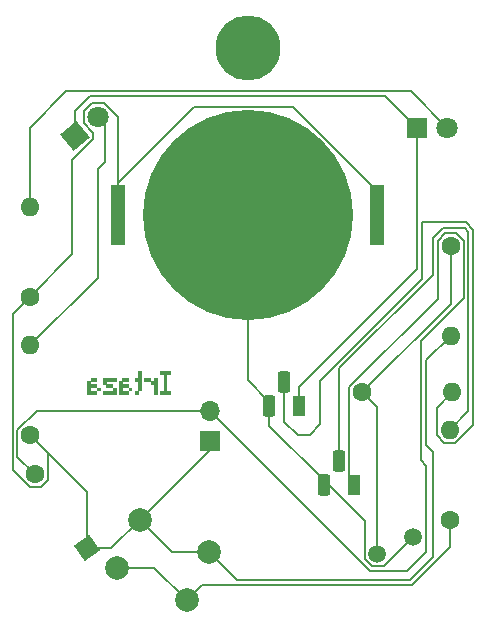
<source format=gbl>
G04 #@! TF.GenerationSoftware,KiCad,Pcbnew,8.0.5*
G04 #@! TF.CreationDate,2025-05-26T16:56:42+05:00*
G04 #@! TF.ProjectId,Wings_Of_Freedom,57696e67-735f-44f6-965f-46726565646f,rev?*
G04 #@! TF.SameCoordinates,Original*
G04 #@! TF.FileFunction,Copper,L2,Bot*
G04 #@! TF.FilePolarity,Positive*
%FSLAX46Y46*%
G04 Gerber Fmt 4.6, Leading zero omitted, Abs format (unit mm)*
G04 Created by KiCad (PCBNEW 8.0.5) date 2025-05-26 16:56:42*
%MOMM*%
%LPD*%
G01*
G04 APERTURE LIST*
G04 Aperture macros list*
%AMRoundRect*
0 Rectangle with rounded corners*
0 $1 Rounding radius*
0 $2 $3 $4 $5 $6 $7 $8 $9 X,Y pos of 4 corners*
0 Add a 4 corners polygon primitive as box body*
4,1,4,$2,$3,$4,$5,$6,$7,$8,$9,$2,$3,0*
0 Add four circle primitives for the rounded corners*
1,1,$1+$1,$2,$3*
1,1,$1+$1,$4,$5*
1,1,$1+$1,$6,$7*
1,1,$1+$1,$8,$9*
0 Add four rect primitives between the rounded corners*
20,1,$1+$1,$2,$3,$4,$5,0*
20,1,$1+$1,$4,$5,$6,$7,0*
20,1,$1+$1,$6,$7,$8,$9,0*
20,1,$1+$1,$8,$9,$2,$3,0*%
%AMHorizOval*
0 Thick line with rounded ends*
0 $1 width*
0 $2 $3 position (X,Y) of the first rounded end (center of the circle)*
0 $4 $5 position (X,Y) of the second rounded end (center of the circle)*
0 Add line between two ends*
20,1,$1,$2,$3,$4,$5,0*
0 Add two circle primitives to create the rounded ends*
1,1,$1,$2,$3*
1,1,$1,$4,$5*%
%AMRotRect*
0 Rectangle, with rotation*
0 The origin of the aperture is its center*
0 $1 length*
0 $2 width*
0 $3 Rotation angle, in degrees counterclockwise*
0 Add horizontal line*
21,1,$1,$2,0,0,$3*%
G04 Aperture macros list end*
%ADD10C,0.300000*%
G04 #@! TA.AperFunction,NonConductor*
%ADD11C,0.300000*%
G04 #@! TD*
G04 #@! TA.AperFunction,SMDPad,CuDef*
%ADD12R,1.270000X5.080000*%
G04 #@! TD*
G04 #@! TA.AperFunction,SMDPad,CuDef*
%ADD13C,17.800000*%
G04 #@! TD*
G04 #@! TA.AperFunction,ComponentPad*
%ADD14C,1.600000*%
G04 #@! TD*
G04 #@! TA.AperFunction,ComponentPad*
%ADD15O,1.600000X1.600000*%
G04 #@! TD*
G04 #@! TA.AperFunction,ComponentPad*
%ADD16R,1.700000X1.700000*%
G04 #@! TD*
G04 #@! TA.AperFunction,ComponentPad*
%ADD17O,1.700000X1.700000*%
G04 #@! TD*
G04 #@! TA.AperFunction,ComponentPad*
%ADD18R,1.100000X1.800000*%
G04 #@! TD*
G04 #@! TA.AperFunction,ComponentPad*
%ADD19RoundRect,0.275000X0.275000X0.625000X-0.275000X0.625000X-0.275000X-0.625000X0.275000X-0.625000X0*%
G04 #@! TD*
G04 #@! TA.AperFunction,ComponentPad*
%ADD20RotRect,1.600000X1.600000X125.000000*%
G04 #@! TD*
G04 #@! TA.AperFunction,ComponentPad*
%ADD21HorizOval,1.600000X0.000000X0.000000X0.000000X0.000000X0*%
G04 #@! TD*
G04 #@! TA.AperFunction,ComponentPad*
%ADD22R,1.800000X1.800000*%
G04 #@! TD*
G04 #@! TA.AperFunction,ComponentPad*
%ADD23C,1.800000*%
G04 #@! TD*
G04 #@! TA.AperFunction,ComponentPad*
%ADD24RotRect,1.800000X1.800000X40.000000*%
G04 #@! TD*
G04 #@! TA.AperFunction,ComponentPad*
%ADD25C,1.500000*%
G04 #@! TD*
G04 #@! TA.AperFunction,ComponentPad*
%ADD26C,2.000000*%
G04 #@! TD*
G04 #@! TA.AperFunction,ViaPad*
%ADD27C,5.500000*%
G04 #@! TD*
G04 #@! TA.AperFunction,Conductor*
%ADD28C,0.200000*%
G04 #@! TD*
G04 APERTURE END LIST*
D10*
D11*
G36*
X195323377Y-86175000D02*
G01*
X196183112Y-86175000D01*
X196183112Y-85862369D01*
X195909560Y-85862369D01*
X195909560Y-84533688D01*
X196183112Y-84533688D01*
X196183112Y-84221057D01*
X195323377Y-84221057D01*
X195323377Y-84533688D01*
X195601203Y-84533688D01*
X195601203Y-85862369D01*
X195323377Y-85862369D01*
X195323377Y-86175000D01*
G37*
G36*
X193972714Y-85080792D02*
G01*
X194519818Y-85080792D01*
X194519818Y-85354344D01*
X194797644Y-85354344D01*
X194797644Y-86175000D01*
X195106001Y-86175000D01*
X195106001Y-84768161D01*
X194797644Y-84768161D01*
X194797644Y-85041713D01*
X194558897Y-85041713D01*
X194558897Y-84768161D01*
X193972714Y-84768161D01*
X193972714Y-85080792D01*
G37*
G36*
X193178314Y-86175000D02*
G01*
X193486670Y-86175000D01*
X193486670Y-85901448D01*
X193760222Y-85901448D01*
X193760222Y-84221057D01*
X193451866Y-84221057D01*
X193451866Y-84768161D01*
X193178314Y-84768161D01*
X193178314Y-85080792D01*
X193451866Y-85080792D01*
X193451866Y-85862369D01*
X193178314Y-85862369D01*
X193178314Y-86175000D01*
G37*
G36*
X192680669Y-85080792D02*
G01*
X192133565Y-85080792D01*
X192133565Y-85315265D01*
X192680669Y-85315265D01*
X192680669Y-85588817D01*
X192954221Y-85588817D01*
X192954221Y-85901448D01*
X192680669Y-85901448D01*
X192680669Y-86175000D01*
X191825208Y-86175000D01*
X191825208Y-85862369D01*
X192133565Y-85862369D01*
X192645864Y-85862369D01*
X192645864Y-85627896D01*
X192133565Y-85627896D01*
X192133565Y-85862369D01*
X191825208Y-85862369D01*
X191825208Y-85041713D01*
X192094486Y-85041713D01*
X192094486Y-84768161D01*
X192680669Y-84768161D01*
X192680669Y-85080792D01*
G37*
G36*
X190479430Y-86175000D02*
G01*
X191608443Y-86175000D01*
X191608443Y-85588817D01*
X191334891Y-85588817D01*
X191334891Y-85315265D01*
X190787787Y-85315265D01*
X190787787Y-85080792D01*
X191608443Y-85080792D01*
X191608443Y-84768161D01*
X190479430Y-84768161D01*
X190479430Y-85354344D01*
X190748708Y-85354344D01*
X190748708Y-85627896D01*
X191300086Y-85627896D01*
X191300086Y-85862369D01*
X190479430Y-85862369D01*
X190479430Y-86175000D01*
G37*
G36*
X189989113Y-85080792D02*
G01*
X189442009Y-85080792D01*
X189442009Y-85315265D01*
X189989113Y-85315265D01*
X189989113Y-85588817D01*
X190262665Y-85588817D01*
X190262665Y-85901448D01*
X189989113Y-85901448D01*
X189989113Y-86175000D01*
X189133652Y-86175000D01*
X189133652Y-85862369D01*
X189442009Y-85862369D01*
X189954308Y-85862369D01*
X189954308Y-85627896D01*
X189442009Y-85627896D01*
X189442009Y-85862369D01*
X189133652Y-85862369D01*
X189133652Y-85041713D01*
X189402930Y-85041713D01*
X189402930Y-84768161D01*
X189989113Y-84768161D01*
X189989113Y-85080792D01*
G37*
D12*
X191715002Y-71000000D03*
X213684998Y-71000000D03*
D13*
X202700000Y-71000000D03*
D14*
X219900000Y-73590000D03*
D15*
X219900000Y-81210000D03*
D16*
X199500000Y-90075000D03*
D17*
X199500000Y-87534999D03*
D18*
X207087500Y-87176400D03*
D19*
X205817500Y-85106400D03*
X204547500Y-87176400D03*
D14*
X184249999Y-77910001D03*
D15*
X184249998Y-70290000D03*
D20*
X189085300Y-99171000D03*
D21*
X184714645Y-92929060D03*
D22*
X217075000Y-63600000D03*
D23*
X219615001Y-63600000D03*
D18*
X211740000Y-93850000D03*
D19*
X210470000Y-91780000D03*
X209199999Y-93850000D03*
D14*
X212419900Y-85979701D03*
D15*
X220039901Y-85979702D03*
D24*
X188073293Y-64319555D03*
D23*
X190019048Y-62686873D03*
D25*
X216740700Y-98231500D03*
X213659254Y-99668403D03*
D14*
X184320000Y-89640000D03*
D15*
X184319998Y-82019999D03*
D26*
X199459200Y-99512800D03*
X193568199Y-96765781D03*
X197557417Y-103591185D03*
X191666418Y-100844167D03*
D14*
X219820000Y-96760000D03*
D15*
X219819999Y-89139999D03*
D27*
X202750000Y-56800000D03*
D28*
X199459200Y-99512800D02*
X196315218Y-99512800D01*
X217850000Y-90442356D02*
X218407644Y-91000000D01*
X199500000Y-90833980D02*
X193568199Y-96765781D01*
X185814645Y-91134645D02*
X184320000Y-89640000D01*
X199500000Y-90075000D02*
X199500000Y-90833980D01*
X219900000Y-81210000D02*
X217850000Y-83260000D01*
X191162980Y-99171000D02*
X193568199Y-96765781D01*
X187865001Y-74294999D02*
X187865001Y-66330991D01*
X198175002Y-61800000D02*
X206510765Y-61800000D01*
X184249999Y-77910001D02*
X187865001Y-74294999D01*
X185170280Y-94029060D02*
X185814645Y-93384695D01*
X217850000Y-83260000D02*
X217850000Y-90442356D01*
X182820000Y-92590050D02*
X184259010Y-94029060D01*
X184320000Y-89640000D02*
X189085300Y-94405300D01*
X216450000Y-101900000D02*
X201846400Y-101900000D01*
X189641242Y-64554750D02*
X189641242Y-64006124D01*
X189085300Y-94405300D02*
X189085300Y-99171000D01*
X196315218Y-99512800D02*
X193568199Y-96765781D01*
X213684998Y-68974233D02*
X213684998Y-71000000D01*
X189085300Y-99171000D02*
X191162980Y-99171000D01*
X190536873Y-61486873D02*
X191715002Y-62665002D01*
X184249999Y-77910001D02*
X182820000Y-79340000D01*
X191715002Y-68260000D02*
X198175002Y-61800000D01*
X201846400Y-101900000D02*
X199459200Y-99512800D01*
X188819048Y-62189816D02*
X189521991Y-61486873D01*
X191715002Y-71000000D02*
X191715002Y-68260000D01*
X189521991Y-61486873D02*
X190536873Y-61486873D01*
X184259010Y-94029060D02*
X185170280Y-94029060D01*
X189641242Y-64006124D02*
X188819048Y-63183930D01*
X218407644Y-91000000D02*
X218407644Y-99942356D01*
X206510765Y-61800000D02*
X213684998Y-68974233D01*
X187865001Y-66330991D02*
X189641242Y-64554750D01*
X218407644Y-99942356D02*
X216450000Y-101900000D01*
X185814645Y-93384695D02*
X185814645Y-91134645D01*
X188819048Y-63183930D02*
X188819048Y-62189816D01*
X182820000Y-79340000D02*
X182820000Y-92590050D01*
X191715002Y-62665002D02*
X191715002Y-71000000D01*
X214253797Y-100718403D02*
X216740700Y-98231500D01*
X212609254Y-96859255D02*
X212609254Y-100103328D01*
X204547500Y-88797501D02*
X209199999Y-93450000D01*
X202700000Y-84928900D02*
X202700000Y-71000000D01*
X212609254Y-100103328D02*
X213224329Y-100718403D01*
X204547500Y-86776400D02*
X202700000Y-84928900D01*
X213224329Y-100718403D02*
X214253797Y-100718403D01*
X209199999Y-93450000D02*
X212609254Y-96859255D01*
X204547500Y-86776400D02*
X204547500Y-88797501D01*
X184249998Y-63575002D02*
X187325000Y-60500000D01*
X216515001Y-60500000D02*
X219615001Y-63600000D01*
X187325000Y-60500000D02*
X216515001Y-60500000D01*
X184249998Y-70290000D02*
X184249998Y-63575002D01*
X188073293Y-64319555D02*
X188073293Y-62151707D01*
X189325000Y-60900000D02*
X214375000Y-60900000D01*
X217075000Y-75575000D02*
X217075000Y-63600000D01*
X207087500Y-86776400D02*
X207087500Y-85562500D01*
X207087500Y-85562500D02*
X217075000Y-75575000D01*
X214375000Y-60900000D02*
X217075000Y-63600000D01*
X188073293Y-62151707D02*
X189325000Y-60900000D01*
X190650000Y-66469048D02*
X190650000Y-63317825D01*
X184319998Y-82019999D02*
X190019048Y-76320949D01*
X190019048Y-67100000D02*
X190650000Y-66469048D01*
X190650000Y-63317825D02*
X190019048Y-62686873D01*
X190019048Y-76320949D02*
X190019048Y-67100000D01*
X184869366Y-87534999D02*
X199500000Y-87534999D01*
X217350000Y-81615287D02*
X221000000Y-77965287D01*
X217850000Y-99500000D02*
X217850000Y-92200000D01*
X183220000Y-89184365D02*
X184869366Y-87534999D01*
X183220000Y-91434415D02*
X183220000Y-89184365D01*
X211319900Y-93029900D02*
X211740000Y-93450000D01*
X217350000Y-91700000D02*
X217350000Y-81615287D01*
X199500000Y-87534999D02*
X199500000Y-87559760D01*
X213058643Y-101118403D02*
X216231597Y-101118403D01*
X220355635Y-72490000D02*
X219444365Y-72490000D01*
X218800000Y-78043966D02*
X211319900Y-85524066D01*
X199500000Y-87559760D02*
X213058643Y-101118403D01*
X216231597Y-101118403D02*
X217850000Y-99500000D01*
X221000000Y-73134365D02*
X220355635Y-72490000D01*
X219444365Y-72490000D02*
X218800000Y-73134365D01*
X211319900Y-85524066D02*
X211319900Y-93029900D01*
X217850000Y-92200000D02*
X217350000Y-91700000D01*
X184714645Y-92929060D02*
X183220000Y-91434415D01*
X221000000Y-77965287D02*
X221000000Y-73134365D01*
X218800000Y-73134365D02*
X218800000Y-78043966D01*
X208850000Y-85013900D02*
X208850000Y-88700000D01*
X217475000Y-71600000D02*
X217475000Y-76388900D01*
X221800000Y-72231130D02*
X221168870Y-71600000D01*
X218719999Y-89595634D02*
X219364364Y-90239999D01*
X208850000Y-88700000D02*
X207950000Y-89600000D01*
X205817500Y-88467192D02*
X205817500Y-85506400D01*
X221800000Y-88715633D02*
X221800000Y-72231130D01*
X217475000Y-76388900D02*
X208850000Y-85013900D01*
X218719999Y-87299604D02*
X218719999Y-89595634D01*
X221168870Y-71600000D02*
X217475000Y-71600000D01*
X219364364Y-90239999D02*
X220275634Y-90239999D01*
X207950000Y-89600000D02*
X206950308Y-89600000D01*
X206950308Y-89600000D02*
X205817500Y-88467192D01*
X220039901Y-85979702D02*
X218719999Y-87299604D01*
X220275634Y-90239999D02*
X221800000Y-88715633D01*
X210470000Y-92180000D02*
X210470000Y-83959586D01*
X221400000Y-72396816D02*
X221400000Y-87559998D01*
X210470000Y-83959586D02*
X218400000Y-76029586D01*
X221093184Y-72090000D02*
X221400000Y-72396816D01*
X218400000Y-76029586D02*
X218400000Y-72950000D01*
X218400000Y-72950000D02*
X219260000Y-72090000D01*
X221400000Y-87559998D02*
X219819999Y-89139999D01*
X219260000Y-72090000D02*
X221093184Y-72090000D01*
X213659254Y-99668403D02*
X213659254Y-87219055D01*
X213659254Y-87219055D02*
X212419900Y-85979701D01*
X212419900Y-85979701D02*
X219900000Y-78499601D01*
X219900000Y-78499601D02*
X219900000Y-73590000D01*
X216615686Y-102300000D02*
X198848602Y-102300000D01*
X219820000Y-96760000D02*
X219820000Y-99095686D01*
X219820000Y-99095686D02*
X216615686Y-102300000D01*
X194810399Y-100844167D02*
X197557417Y-103591185D01*
X191666418Y-100844167D02*
X194810399Y-100844167D01*
X198848602Y-102300000D02*
X197557417Y-103591185D01*
M02*

</source>
